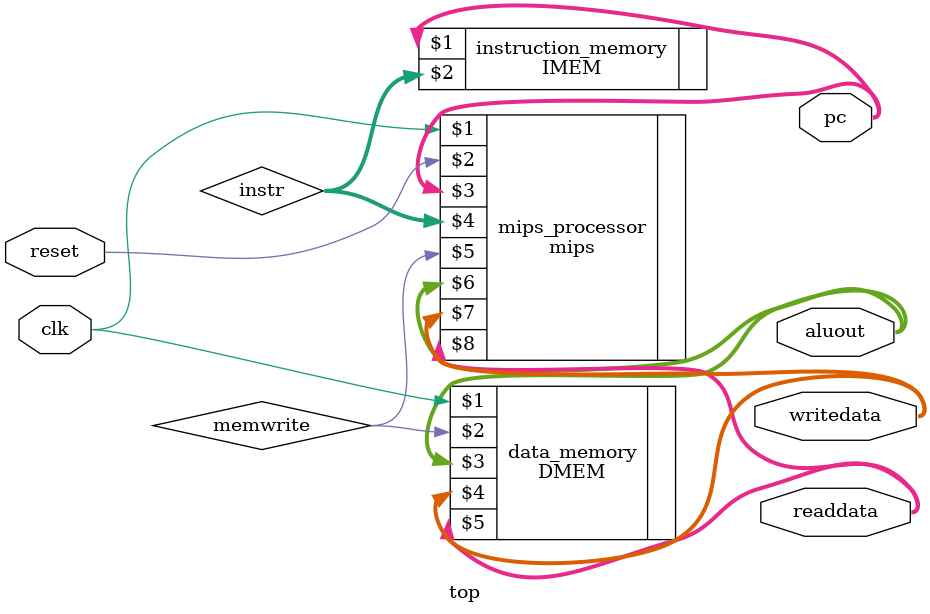
<source format=v>
module top(
  input clk, reset,
  output [31:0] pc,
  output [31:0] aluout, 
  output [31:0] readdata, 
  output [31:0] writedata
  );
  
  wire [31:0] instr;
  wire memwrite;
  
  //Data Memory
  DMEM data_memory(clk, memwrite, aluout, writedata, readdata);
  
  //Instruction Memomry
  IMEM instruction_memory(pc, instr);
  
  //Mips processor
  mips mips_processor(clk, reset, pc, instr, memwrite, aluout, writedata, readdata);
endmodule

</source>
